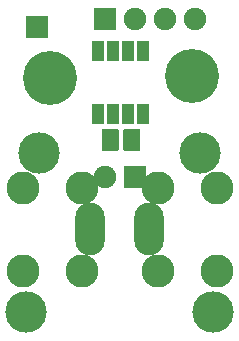
<source format=gts>
G04 (created by PCBNEW (2013-07-07 BZR 4022)-stable) date 27/01/2015 12:48:55*
%MOIN*%
G04 Gerber Fmt 3.4, Leading zero omitted, Abs format*
%FSLAX34Y34*%
G01*
G70*
G90*
G04 APERTURE LIST*
%ADD10C,0.00590551*%
%ADD11C,0.18*%
%ADD12R,0.04X0.065*%
%ADD13C,0.1381*%
%ADD14R,0.075X0.075*%
%ADD15C,0.075*%
%ADD16R,0.055X0.075*%
%ADD17R,0.045X0.065*%
%ADD18C,0.11*%
%ADD19O,0.098X0.176*%
G04 APERTURE END LIST*
G54D10*
G54D11*
X38928Y-25707D03*
X43650Y-25650D03*
G54D12*
X40541Y-24815D03*
X40541Y-26915D03*
X41041Y-24815D03*
X41541Y-24815D03*
X42041Y-24815D03*
X41041Y-26915D03*
X41541Y-26915D03*
X42041Y-26915D03*
G54D13*
X44360Y-33507D03*
X38140Y-33507D03*
X43927Y-28193D03*
X38573Y-28193D03*
G54D14*
X40750Y-23750D03*
G54D15*
X41750Y-23750D03*
X42750Y-23750D03*
X43750Y-23750D03*
G54D14*
X38500Y-24000D03*
X41750Y-29000D03*
G54D15*
X40750Y-29000D03*
G54D16*
X40916Y-27754D03*
X41666Y-27754D03*
G54D17*
X40991Y-27754D03*
X41591Y-27754D03*
G54D18*
X38015Y-32130D03*
X38015Y-29370D03*
X39985Y-29370D03*
X39985Y-32130D03*
X42515Y-32130D03*
X42515Y-29370D03*
X44485Y-29370D03*
X44485Y-32130D03*
G54D19*
X42240Y-30750D03*
X40270Y-30750D03*
M02*

</source>
